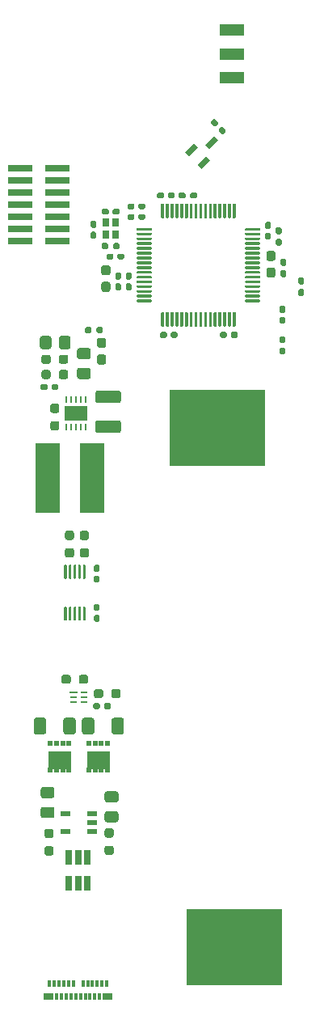
<source format=gbr>
%TF.GenerationSoftware,KiCad,Pcbnew,(5.1.7)-1*%
%TF.CreationDate,2020-11-25T00:45:14-08:00*%
%TF.ProjectId,eskate_remote,65736b61-7465-45f7-9265-6d6f74652e6b,rev?*%
%TF.SameCoordinates,Original*%
%TF.FileFunction,Paste,Top*%
%TF.FilePolarity,Positive*%
%FSLAX46Y46*%
G04 Gerber Fmt 4.6, Leading zero omitted, Abs format (unit mm)*
G04 Created by KiCad (PCBNEW (5.1.7)-1) date 2020-11-25 00:45:14*
%MOMM*%
%LPD*%
G01*
G04 APERTURE LIST*
%ADD10R,1.000000X0.700000*%
%ADD11R,0.300000X0.700000*%
%ADD12R,2.450000X1.900000*%
%ADD13R,0.500000X0.630000*%
%ADD14R,0.775000X0.875000*%
%ADD15C,0.100000*%
%ADD16R,0.650000X1.560000*%
%ADD17R,2.380000X1.650000*%
%ADD18R,0.250000X0.700000*%
%ADD19R,1.100000X0.600000*%
%ADD20R,0.750000X0.280000*%
%ADD21R,0.850000X0.280000*%
%ADD22R,2.500000X1.200000*%
%ADD23R,2.650000X7.300000*%
%ADD24R,10.000000X8.000000*%
%ADD25R,2.620000X0.800000*%
G04 APERTURE END LIST*
D10*
%TO.C,J1*%
X102500000Y-143530000D03*
D11*
X103350000Y-143530000D03*
X103850000Y-143530000D03*
X104350000Y-143530000D03*
X104850000Y-143530000D03*
X105350000Y-143530000D03*
X105850000Y-143530000D03*
X106350000Y-143530000D03*
X106850000Y-143530000D03*
X107350000Y-143530000D03*
X107850000Y-143530000D03*
D10*
X108700000Y-143530000D03*
D11*
X108600000Y-142230000D03*
X108100000Y-142230000D03*
X107600000Y-142230000D03*
X107100000Y-142230000D03*
X106600000Y-142230000D03*
X106100000Y-142230000D03*
X105100000Y-142230000D03*
X104600000Y-142230000D03*
X104100000Y-142230000D03*
X103600000Y-142230000D03*
X103100000Y-142230000D03*
X102600000Y-142230000D03*
%TD*%
D12*
%TO.C,FET2*%
X107700000Y-118840000D03*
D13*
X106725000Y-119885000D03*
X107375000Y-119885000D03*
X108675000Y-119885000D03*
X108025000Y-119885000D03*
X106725000Y-117015000D03*
X107375000Y-117015000D03*
X108025000Y-117015000D03*
X108675000Y-117015000D03*
%TD*%
D12*
%TO.C,FET1*%
X103650000Y-118840000D03*
D13*
X102675000Y-119885000D03*
X103325000Y-119885000D03*
X104625000Y-119885000D03*
X103975000Y-119885000D03*
X102675000Y-117015000D03*
X103325000Y-117015000D03*
X103975000Y-117015000D03*
X104625000Y-117015000D03*
%TD*%
D14*
%TO.C,Y1*%
X108512500Y-62562500D03*
X108512500Y-63837500D03*
X109487500Y-63837500D03*
X109487500Y-62562500D03*
%TD*%
D15*
%TO.C,U7*%
G36*
X119358975Y-54793289D02*
G01*
X118934711Y-54369025D01*
X119853949Y-53449787D01*
X120278213Y-53874051D01*
X119358975Y-54793289D01*
G37*
G36*
X118545802Y-56949965D02*
G01*
X118121538Y-56525701D01*
X119040776Y-55606463D01*
X119465040Y-56030727D01*
X118545802Y-56949965D01*
G37*
G36*
X117202299Y-55606462D02*
G01*
X116778035Y-55182198D01*
X117697273Y-54262960D01*
X118121537Y-54687224D01*
X117202299Y-55606462D01*
G37*
%TD*%
%TO.C,U6*%
G36*
G01*
X106175000Y-102775000D02*
X106325000Y-102775000D01*
G75*
G02*
X106400000Y-102850000I0J-75000D01*
G01*
X106400000Y-104150000D01*
G75*
G02*
X106325000Y-104225000I-75000J0D01*
G01*
X106175000Y-104225000D01*
G75*
G02*
X106100000Y-104150000I0J75000D01*
G01*
X106100000Y-102850000D01*
G75*
G02*
X106175000Y-102775000I75000J0D01*
G01*
G37*
G36*
G01*
X105675000Y-102775000D02*
X105825000Y-102775000D01*
G75*
G02*
X105900000Y-102850000I0J-75000D01*
G01*
X105900000Y-104150000D01*
G75*
G02*
X105825000Y-104225000I-75000J0D01*
G01*
X105675000Y-104225000D01*
G75*
G02*
X105600000Y-104150000I0J75000D01*
G01*
X105600000Y-102850000D01*
G75*
G02*
X105675000Y-102775000I75000J0D01*
G01*
G37*
G36*
G01*
X105175000Y-102775000D02*
X105325000Y-102775000D01*
G75*
G02*
X105400000Y-102850000I0J-75000D01*
G01*
X105400000Y-104150000D01*
G75*
G02*
X105325000Y-104225000I-75000J0D01*
G01*
X105175000Y-104225000D01*
G75*
G02*
X105100000Y-104150000I0J75000D01*
G01*
X105100000Y-102850000D01*
G75*
G02*
X105175000Y-102775000I75000J0D01*
G01*
G37*
G36*
G01*
X104675000Y-102775000D02*
X104825000Y-102775000D01*
G75*
G02*
X104900000Y-102850000I0J-75000D01*
G01*
X104900000Y-104150000D01*
G75*
G02*
X104825000Y-104225000I-75000J0D01*
G01*
X104675000Y-104225000D01*
G75*
G02*
X104600000Y-104150000I0J75000D01*
G01*
X104600000Y-102850000D01*
G75*
G02*
X104675000Y-102775000I75000J0D01*
G01*
G37*
G36*
G01*
X104175000Y-102775000D02*
X104325000Y-102775000D01*
G75*
G02*
X104400000Y-102850000I0J-75000D01*
G01*
X104400000Y-104150000D01*
G75*
G02*
X104325000Y-104225000I-75000J0D01*
G01*
X104175000Y-104225000D01*
G75*
G02*
X104100000Y-104150000I0J75000D01*
G01*
X104100000Y-102850000D01*
G75*
G02*
X104175000Y-102775000I75000J0D01*
G01*
G37*
G36*
G01*
X104175000Y-98375000D02*
X104325000Y-98375000D01*
G75*
G02*
X104400000Y-98450000I0J-75000D01*
G01*
X104400000Y-99750000D01*
G75*
G02*
X104325000Y-99825000I-75000J0D01*
G01*
X104175000Y-99825000D01*
G75*
G02*
X104100000Y-99750000I0J75000D01*
G01*
X104100000Y-98450000D01*
G75*
G02*
X104175000Y-98375000I75000J0D01*
G01*
G37*
G36*
G01*
X104675000Y-98375000D02*
X104825000Y-98375000D01*
G75*
G02*
X104900000Y-98450000I0J-75000D01*
G01*
X104900000Y-99750000D01*
G75*
G02*
X104825000Y-99825000I-75000J0D01*
G01*
X104675000Y-99825000D01*
G75*
G02*
X104600000Y-99750000I0J75000D01*
G01*
X104600000Y-98450000D01*
G75*
G02*
X104675000Y-98375000I75000J0D01*
G01*
G37*
G36*
G01*
X105175000Y-98375000D02*
X105325000Y-98375000D01*
G75*
G02*
X105400000Y-98450000I0J-75000D01*
G01*
X105400000Y-99750000D01*
G75*
G02*
X105325000Y-99825000I-75000J0D01*
G01*
X105175000Y-99825000D01*
G75*
G02*
X105100000Y-99750000I0J75000D01*
G01*
X105100000Y-98450000D01*
G75*
G02*
X105175000Y-98375000I75000J0D01*
G01*
G37*
G36*
G01*
X105675000Y-98375000D02*
X105825000Y-98375000D01*
G75*
G02*
X105900000Y-98450000I0J-75000D01*
G01*
X105900000Y-99750000D01*
G75*
G02*
X105825000Y-99825000I-75000J0D01*
G01*
X105675000Y-99825000D01*
G75*
G02*
X105600000Y-99750000I0J75000D01*
G01*
X105600000Y-98450000D01*
G75*
G02*
X105675000Y-98375000I75000J0D01*
G01*
G37*
G36*
G01*
X106175000Y-98375000D02*
X106325000Y-98375000D01*
G75*
G02*
X106400000Y-98450000I0J-75000D01*
G01*
X106400000Y-99750000D01*
G75*
G02*
X106325000Y-99825000I-75000J0D01*
G01*
X106175000Y-99825000D01*
G75*
G02*
X106100000Y-99750000I0J75000D01*
G01*
X106100000Y-98450000D01*
G75*
G02*
X106175000Y-98375000I75000J0D01*
G01*
G37*
%TD*%
D16*
%TO.C,U5*%
X105600000Y-129000000D03*
X104650000Y-129000000D03*
X106550000Y-129000000D03*
X106550000Y-131700000D03*
X105600000Y-131700000D03*
X104650000Y-131700000D03*
%TD*%
D17*
%TO.C,U4*%
X105350000Y-82500000D03*
D18*
X105850000Y-81075000D03*
X105350000Y-81075000D03*
X106350000Y-81075000D03*
X104350000Y-81075000D03*
X104850000Y-81075000D03*
X106350000Y-83925000D03*
X105850000Y-83925000D03*
X104350000Y-83925000D03*
X104850000Y-83925000D03*
X105350000Y-83925000D03*
%TD*%
D19*
%TO.C,U3*%
X104250000Y-124400000D03*
X104250000Y-126300000D03*
X107050000Y-124400000D03*
X107050000Y-125350000D03*
X107050000Y-126300000D03*
%TD*%
D20*
%TO.C,U2*%
X106225000Y-111750000D03*
X106225000Y-112250000D03*
X106225000Y-112750000D03*
X105075000Y-112750000D03*
X105075000Y-112250000D03*
D21*
X105125000Y-111750000D03*
%TD*%
%TO.C,U1*%
G36*
G01*
X114300000Y-62025000D02*
X114300000Y-60625000D01*
G75*
G02*
X114375000Y-60550000I75000J0D01*
G01*
X114525000Y-60550000D01*
G75*
G02*
X114600000Y-60625000I0J-75000D01*
G01*
X114600000Y-62025000D01*
G75*
G02*
X114525000Y-62100000I-75000J0D01*
G01*
X114375000Y-62100000D01*
G75*
G02*
X114300000Y-62025000I0J75000D01*
G01*
G37*
G36*
G01*
X114800000Y-62025000D02*
X114800000Y-60625000D01*
G75*
G02*
X114875000Y-60550000I75000J0D01*
G01*
X115025000Y-60550000D01*
G75*
G02*
X115100000Y-60625000I0J-75000D01*
G01*
X115100000Y-62025000D01*
G75*
G02*
X115025000Y-62100000I-75000J0D01*
G01*
X114875000Y-62100000D01*
G75*
G02*
X114800000Y-62025000I0J75000D01*
G01*
G37*
G36*
G01*
X115300000Y-62025000D02*
X115300000Y-60625000D01*
G75*
G02*
X115375000Y-60550000I75000J0D01*
G01*
X115525000Y-60550000D01*
G75*
G02*
X115600000Y-60625000I0J-75000D01*
G01*
X115600000Y-62025000D01*
G75*
G02*
X115525000Y-62100000I-75000J0D01*
G01*
X115375000Y-62100000D01*
G75*
G02*
X115300000Y-62025000I0J75000D01*
G01*
G37*
G36*
G01*
X115800000Y-62025000D02*
X115800000Y-60625000D01*
G75*
G02*
X115875000Y-60550000I75000J0D01*
G01*
X116025000Y-60550000D01*
G75*
G02*
X116100000Y-60625000I0J-75000D01*
G01*
X116100000Y-62025000D01*
G75*
G02*
X116025000Y-62100000I-75000J0D01*
G01*
X115875000Y-62100000D01*
G75*
G02*
X115800000Y-62025000I0J75000D01*
G01*
G37*
G36*
G01*
X116300000Y-62025000D02*
X116300000Y-60625000D01*
G75*
G02*
X116375000Y-60550000I75000J0D01*
G01*
X116525000Y-60550000D01*
G75*
G02*
X116600000Y-60625000I0J-75000D01*
G01*
X116600000Y-62025000D01*
G75*
G02*
X116525000Y-62100000I-75000J0D01*
G01*
X116375000Y-62100000D01*
G75*
G02*
X116300000Y-62025000I0J75000D01*
G01*
G37*
G36*
G01*
X116800000Y-62025000D02*
X116800000Y-60625000D01*
G75*
G02*
X116875000Y-60550000I75000J0D01*
G01*
X117025000Y-60550000D01*
G75*
G02*
X117100000Y-60625000I0J-75000D01*
G01*
X117100000Y-62025000D01*
G75*
G02*
X117025000Y-62100000I-75000J0D01*
G01*
X116875000Y-62100000D01*
G75*
G02*
X116800000Y-62025000I0J75000D01*
G01*
G37*
G36*
G01*
X117300000Y-62025000D02*
X117300000Y-60625000D01*
G75*
G02*
X117375000Y-60550000I75000J0D01*
G01*
X117525000Y-60550000D01*
G75*
G02*
X117600000Y-60625000I0J-75000D01*
G01*
X117600000Y-62025000D01*
G75*
G02*
X117525000Y-62100000I-75000J0D01*
G01*
X117375000Y-62100000D01*
G75*
G02*
X117300000Y-62025000I0J75000D01*
G01*
G37*
G36*
G01*
X117800000Y-62025000D02*
X117800000Y-60625000D01*
G75*
G02*
X117875000Y-60550000I75000J0D01*
G01*
X118025000Y-60550000D01*
G75*
G02*
X118100000Y-60625000I0J-75000D01*
G01*
X118100000Y-62025000D01*
G75*
G02*
X118025000Y-62100000I-75000J0D01*
G01*
X117875000Y-62100000D01*
G75*
G02*
X117800000Y-62025000I0J75000D01*
G01*
G37*
G36*
G01*
X118300000Y-62025000D02*
X118300000Y-60625000D01*
G75*
G02*
X118375000Y-60550000I75000J0D01*
G01*
X118525000Y-60550000D01*
G75*
G02*
X118600000Y-60625000I0J-75000D01*
G01*
X118600000Y-62025000D01*
G75*
G02*
X118525000Y-62100000I-75000J0D01*
G01*
X118375000Y-62100000D01*
G75*
G02*
X118300000Y-62025000I0J75000D01*
G01*
G37*
G36*
G01*
X118800000Y-62025000D02*
X118800000Y-60625000D01*
G75*
G02*
X118875000Y-60550000I75000J0D01*
G01*
X119025000Y-60550000D01*
G75*
G02*
X119100000Y-60625000I0J-75000D01*
G01*
X119100000Y-62025000D01*
G75*
G02*
X119025000Y-62100000I-75000J0D01*
G01*
X118875000Y-62100000D01*
G75*
G02*
X118800000Y-62025000I0J75000D01*
G01*
G37*
G36*
G01*
X119300000Y-62025000D02*
X119300000Y-60625000D01*
G75*
G02*
X119375000Y-60550000I75000J0D01*
G01*
X119525000Y-60550000D01*
G75*
G02*
X119600000Y-60625000I0J-75000D01*
G01*
X119600000Y-62025000D01*
G75*
G02*
X119525000Y-62100000I-75000J0D01*
G01*
X119375000Y-62100000D01*
G75*
G02*
X119300000Y-62025000I0J75000D01*
G01*
G37*
G36*
G01*
X119800000Y-62025000D02*
X119800000Y-60625000D01*
G75*
G02*
X119875000Y-60550000I75000J0D01*
G01*
X120025000Y-60550000D01*
G75*
G02*
X120100000Y-60625000I0J-75000D01*
G01*
X120100000Y-62025000D01*
G75*
G02*
X120025000Y-62100000I-75000J0D01*
G01*
X119875000Y-62100000D01*
G75*
G02*
X119800000Y-62025000I0J75000D01*
G01*
G37*
G36*
G01*
X120300000Y-62025000D02*
X120300000Y-60625000D01*
G75*
G02*
X120375000Y-60550000I75000J0D01*
G01*
X120525000Y-60550000D01*
G75*
G02*
X120600000Y-60625000I0J-75000D01*
G01*
X120600000Y-62025000D01*
G75*
G02*
X120525000Y-62100000I-75000J0D01*
G01*
X120375000Y-62100000D01*
G75*
G02*
X120300000Y-62025000I0J75000D01*
G01*
G37*
G36*
G01*
X120800000Y-62025000D02*
X120800000Y-60625000D01*
G75*
G02*
X120875000Y-60550000I75000J0D01*
G01*
X121025000Y-60550000D01*
G75*
G02*
X121100000Y-60625000I0J-75000D01*
G01*
X121100000Y-62025000D01*
G75*
G02*
X121025000Y-62100000I-75000J0D01*
G01*
X120875000Y-62100000D01*
G75*
G02*
X120800000Y-62025000I0J75000D01*
G01*
G37*
G36*
G01*
X121300000Y-62025000D02*
X121300000Y-60625000D01*
G75*
G02*
X121375000Y-60550000I75000J0D01*
G01*
X121525000Y-60550000D01*
G75*
G02*
X121600000Y-60625000I0J-75000D01*
G01*
X121600000Y-62025000D01*
G75*
G02*
X121525000Y-62100000I-75000J0D01*
G01*
X121375000Y-62100000D01*
G75*
G02*
X121300000Y-62025000I0J75000D01*
G01*
G37*
G36*
G01*
X121800000Y-62025000D02*
X121800000Y-60625000D01*
G75*
G02*
X121875000Y-60550000I75000J0D01*
G01*
X122025000Y-60550000D01*
G75*
G02*
X122100000Y-60625000I0J-75000D01*
G01*
X122100000Y-62025000D01*
G75*
G02*
X122025000Y-62100000I-75000J0D01*
G01*
X121875000Y-62100000D01*
G75*
G02*
X121800000Y-62025000I0J75000D01*
G01*
G37*
G36*
G01*
X123100000Y-63325000D02*
X123100000Y-63175000D01*
G75*
G02*
X123175000Y-63100000I75000J0D01*
G01*
X124575000Y-63100000D01*
G75*
G02*
X124650000Y-63175000I0J-75000D01*
G01*
X124650000Y-63325000D01*
G75*
G02*
X124575000Y-63400000I-75000J0D01*
G01*
X123175000Y-63400000D01*
G75*
G02*
X123100000Y-63325000I0J75000D01*
G01*
G37*
G36*
G01*
X123100000Y-63825000D02*
X123100000Y-63675000D01*
G75*
G02*
X123175000Y-63600000I75000J0D01*
G01*
X124575000Y-63600000D01*
G75*
G02*
X124650000Y-63675000I0J-75000D01*
G01*
X124650000Y-63825000D01*
G75*
G02*
X124575000Y-63900000I-75000J0D01*
G01*
X123175000Y-63900000D01*
G75*
G02*
X123100000Y-63825000I0J75000D01*
G01*
G37*
G36*
G01*
X123100000Y-64325000D02*
X123100000Y-64175000D01*
G75*
G02*
X123175000Y-64100000I75000J0D01*
G01*
X124575000Y-64100000D01*
G75*
G02*
X124650000Y-64175000I0J-75000D01*
G01*
X124650000Y-64325000D01*
G75*
G02*
X124575000Y-64400000I-75000J0D01*
G01*
X123175000Y-64400000D01*
G75*
G02*
X123100000Y-64325000I0J75000D01*
G01*
G37*
G36*
G01*
X123100000Y-64825000D02*
X123100000Y-64675000D01*
G75*
G02*
X123175000Y-64600000I75000J0D01*
G01*
X124575000Y-64600000D01*
G75*
G02*
X124650000Y-64675000I0J-75000D01*
G01*
X124650000Y-64825000D01*
G75*
G02*
X124575000Y-64900000I-75000J0D01*
G01*
X123175000Y-64900000D01*
G75*
G02*
X123100000Y-64825000I0J75000D01*
G01*
G37*
G36*
G01*
X123100000Y-65325000D02*
X123100000Y-65175000D01*
G75*
G02*
X123175000Y-65100000I75000J0D01*
G01*
X124575000Y-65100000D01*
G75*
G02*
X124650000Y-65175000I0J-75000D01*
G01*
X124650000Y-65325000D01*
G75*
G02*
X124575000Y-65400000I-75000J0D01*
G01*
X123175000Y-65400000D01*
G75*
G02*
X123100000Y-65325000I0J75000D01*
G01*
G37*
G36*
G01*
X123100000Y-65825000D02*
X123100000Y-65675000D01*
G75*
G02*
X123175000Y-65600000I75000J0D01*
G01*
X124575000Y-65600000D01*
G75*
G02*
X124650000Y-65675000I0J-75000D01*
G01*
X124650000Y-65825000D01*
G75*
G02*
X124575000Y-65900000I-75000J0D01*
G01*
X123175000Y-65900000D01*
G75*
G02*
X123100000Y-65825000I0J75000D01*
G01*
G37*
G36*
G01*
X123100000Y-66325000D02*
X123100000Y-66175000D01*
G75*
G02*
X123175000Y-66100000I75000J0D01*
G01*
X124575000Y-66100000D01*
G75*
G02*
X124650000Y-66175000I0J-75000D01*
G01*
X124650000Y-66325000D01*
G75*
G02*
X124575000Y-66400000I-75000J0D01*
G01*
X123175000Y-66400000D01*
G75*
G02*
X123100000Y-66325000I0J75000D01*
G01*
G37*
G36*
G01*
X123100000Y-66825000D02*
X123100000Y-66675000D01*
G75*
G02*
X123175000Y-66600000I75000J0D01*
G01*
X124575000Y-66600000D01*
G75*
G02*
X124650000Y-66675000I0J-75000D01*
G01*
X124650000Y-66825000D01*
G75*
G02*
X124575000Y-66900000I-75000J0D01*
G01*
X123175000Y-66900000D01*
G75*
G02*
X123100000Y-66825000I0J75000D01*
G01*
G37*
G36*
G01*
X123100000Y-67325000D02*
X123100000Y-67175000D01*
G75*
G02*
X123175000Y-67100000I75000J0D01*
G01*
X124575000Y-67100000D01*
G75*
G02*
X124650000Y-67175000I0J-75000D01*
G01*
X124650000Y-67325000D01*
G75*
G02*
X124575000Y-67400000I-75000J0D01*
G01*
X123175000Y-67400000D01*
G75*
G02*
X123100000Y-67325000I0J75000D01*
G01*
G37*
G36*
G01*
X123100000Y-67825000D02*
X123100000Y-67675000D01*
G75*
G02*
X123175000Y-67600000I75000J0D01*
G01*
X124575000Y-67600000D01*
G75*
G02*
X124650000Y-67675000I0J-75000D01*
G01*
X124650000Y-67825000D01*
G75*
G02*
X124575000Y-67900000I-75000J0D01*
G01*
X123175000Y-67900000D01*
G75*
G02*
X123100000Y-67825000I0J75000D01*
G01*
G37*
G36*
G01*
X123100000Y-68325000D02*
X123100000Y-68175000D01*
G75*
G02*
X123175000Y-68100000I75000J0D01*
G01*
X124575000Y-68100000D01*
G75*
G02*
X124650000Y-68175000I0J-75000D01*
G01*
X124650000Y-68325000D01*
G75*
G02*
X124575000Y-68400000I-75000J0D01*
G01*
X123175000Y-68400000D01*
G75*
G02*
X123100000Y-68325000I0J75000D01*
G01*
G37*
G36*
G01*
X123100000Y-68825000D02*
X123100000Y-68675000D01*
G75*
G02*
X123175000Y-68600000I75000J0D01*
G01*
X124575000Y-68600000D01*
G75*
G02*
X124650000Y-68675000I0J-75000D01*
G01*
X124650000Y-68825000D01*
G75*
G02*
X124575000Y-68900000I-75000J0D01*
G01*
X123175000Y-68900000D01*
G75*
G02*
X123100000Y-68825000I0J75000D01*
G01*
G37*
G36*
G01*
X123100000Y-69325000D02*
X123100000Y-69175000D01*
G75*
G02*
X123175000Y-69100000I75000J0D01*
G01*
X124575000Y-69100000D01*
G75*
G02*
X124650000Y-69175000I0J-75000D01*
G01*
X124650000Y-69325000D01*
G75*
G02*
X124575000Y-69400000I-75000J0D01*
G01*
X123175000Y-69400000D01*
G75*
G02*
X123100000Y-69325000I0J75000D01*
G01*
G37*
G36*
G01*
X123100000Y-69825000D02*
X123100000Y-69675000D01*
G75*
G02*
X123175000Y-69600000I75000J0D01*
G01*
X124575000Y-69600000D01*
G75*
G02*
X124650000Y-69675000I0J-75000D01*
G01*
X124650000Y-69825000D01*
G75*
G02*
X124575000Y-69900000I-75000J0D01*
G01*
X123175000Y-69900000D01*
G75*
G02*
X123100000Y-69825000I0J75000D01*
G01*
G37*
G36*
G01*
X123100000Y-70325000D02*
X123100000Y-70175000D01*
G75*
G02*
X123175000Y-70100000I75000J0D01*
G01*
X124575000Y-70100000D01*
G75*
G02*
X124650000Y-70175000I0J-75000D01*
G01*
X124650000Y-70325000D01*
G75*
G02*
X124575000Y-70400000I-75000J0D01*
G01*
X123175000Y-70400000D01*
G75*
G02*
X123100000Y-70325000I0J75000D01*
G01*
G37*
G36*
G01*
X123100000Y-70825000D02*
X123100000Y-70675000D01*
G75*
G02*
X123175000Y-70600000I75000J0D01*
G01*
X124575000Y-70600000D01*
G75*
G02*
X124650000Y-70675000I0J-75000D01*
G01*
X124650000Y-70825000D01*
G75*
G02*
X124575000Y-70900000I-75000J0D01*
G01*
X123175000Y-70900000D01*
G75*
G02*
X123100000Y-70825000I0J75000D01*
G01*
G37*
G36*
G01*
X121800000Y-73375000D02*
X121800000Y-71975000D01*
G75*
G02*
X121875000Y-71900000I75000J0D01*
G01*
X122025000Y-71900000D01*
G75*
G02*
X122100000Y-71975000I0J-75000D01*
G01*
X122100000Y-73375000D01*
G75*
G02*
X122025000Y-73450000I-75000J0D01*
G01*
X121875000Y-73450000D01*
G75*
G02*
X121800000Y-73375000I0J75000D01*
G01*
G37*
G36*
G01*
X121300000Y-73375000D02*
X121300000Y-71975000D01*
G75*
G02*
X121375000Y-71900000I75000J0D01*
G01*
X121525000Y-71900000D01*
G75*
G02*
X121600000Y-71975000I0J-75000D01*
G01*
X121600000Y-73375000D01*
G75*
G02*
X121525000Y-73450000I-75000J0D01*
G01*
X121375000Y-73450000D01*
G75*
G02*
X121300000Y-73375000I0J75000D01*
G01*
G37*
G36*
G01*
X120800000Y-73375000D02*
X120800000Y-71975000D01*
G75*
G02*
X120875000Y-71900000I75000J0D01*
G01*
X121025000Y-71900000D01*
G75*
G02*
X121100000Y-71975000I0J-75000D01*
G01*
X121100000Y-73375000D01*
G75*
G02*
X121025000Y-73450000I-75000J0D01*
G01*
X120875000Y-73450000D01*
G75*
G02*
X120800000Y-73375000I0J75000D01*
G01*
G37*
G36*
G01*
X120300000Y-73375000D02*
X120300000Y-71975000D01*
G75*
G02*
X120375000Y-71900000I75000J0D01*
G01*
X120525000Y-71900000D01*
G75*
G02*
X120600000Y-71975000I0J-75000D01*
G01*
X120600000Y-73375000D01*
G75*
G02*
X120525000Y-73450000I-75000J0D01*
G01*
X120375000Y-73450000D01*
G75*
G02*
X120300000Y-73375000I0J75000D01*
G01*
G37*
G36*
G01*
X119800000Y-73375000D02*
X119800000Y-71975000D01*
G75*
G02*
X119875000Y-71900000I75000J0D01*
G01*
X120025000Y-71900000D01*
G75*
G02*
X120100000Y-71975000I0J-75000D01*
G01*
X120100000Y-73375000D01*
G75*
G02*
X120025000Y-73450000I-75000J0D01*
G01*
X119875000Y-73450000D01*
G75*
G02*
X119800000Y-73375000I0J75000D01*
G01*
G37*
G36*
G01*
X119300000Y-73375000D02*
X119300000Y-71975000D01*
G75*
G02*
X119375000Y-71900000I75000J0D01*
G01*
X119525000Y-71900000D01*
G75*
G02*
X119600000Y-71975000I0J-75000D01*
G01*
X119600000Y-73375000D01*
G75*
G02*
X119525000Y-73450000I-75000J0D01*
G01*
X119375000Y-73450000D01*
G75*
G02*
X119300000Y-73375000I0J75000D01*
G01*
G37*
G36*
G01*
X118800000Y-73375000D02*
X118800000Y-71975000D01*
G75*
G02*
X118875000Y-71900000I75000J0D01*
G01*
X119025000Y-71900000D01*
G75*
G02*
X119100000Y-71975000I0J-75000D01*
G01*
X119100000Y-73375000D01*
G75*
G02*
X119025000Y-73450000I-75000J0D01*
G01*
X118875000Y-73450000D01*
G75*
G02*
X118800000Y-73375000I0J75000D01*
G01*
G37*
G36*
G01*
X118300000Y-73375000D02*
X118300000Y-71975000D01*
G75*
G02*
X118375000Y-71900000I75000J0D01*
G01*
X118525000Y-71900000D01*
G75*
G02*
X118600000Y-71975000I0J-75000D01*
G01*
X118600000Y-73375000D01*
G75*
G02*
X118525000Y-73450000I-75000J0D01*
G01*
X118375000Y-73450000D01*
G75*
G02*
X118300000Y-73375000I0J75000D01*
G01*
G37*
G36*
G01*
X117800000Y-73375000D02*
X117800000Y-71975000D01*
G75*
G02*
X117875000Y-71900000I75000J0D01*
G01*
X118025000Y-71900000D01*
G75*
G02*
X118100000Y-71975000I0J-75000D01*
G01*
X118100000Y-73375000D01*
G75*
G02*
X118025000Y-73450000I-75000J0D01*
G01*
X117875000Y-73450000D01*
G75*
G02*
X117800000Y-73375000I0J75000D01*
G01*
G37*
G36*
G01*
X117300000Y-73375000D02*
X117300000Y-71975000D01*
G75*
G02*
X117375000Y-71900000I75000J0D01*
G01*
X117525000Y-71900000D01*
G75*
G02*
X117600000Y-71975000I0J-75000D01*
G01*
X117600000Y-73375000D01*
G75*
G02*
X117525000Y-73450000I-75000J0D01*
G01*
X117375000Y-73450000D01*
G75*
G02*
X117300000Y-73375000I0J75000D01*
G01*
G37*
G36*
G01*
X116800000Y-73375000D02*
X116800000Y-71975000D01*
G75*
G02*
X116875000Y-71900000I75000J0D01*
G01*
X117025000Y-71900000D01*
G75*
G02*
X117100000Y-71975000I0J-75000D01*
G01*
X117100000Y-73375000D01*
G75*
G02*
X117025000Y-73450000I-75000J0D01*
G01*
X116875000Y-73450000D01*
G75*
G02*
X116800000Y-73375000I0J75000D01*
G01*
G37*
G36*
G01*
X116300000Y-73375000D02*
X116300000Y-71975000D01*
G75*
G02*
X116375000Y-71900000I75000J0D01*
G01*
X116525000Y-71900000D01*
G75*
G02*
X116600000Y-71975000I0J-75000D01*
G01*
X116600000Y-73375000D01*
G75*
G02*
X116525000Y-73450000I-75000J0D01*
G01*
X116375000Y-73450000D01*
G75*
G02*
X116300000Y-73375000I0J75000D01*
G01*
G37*
G36*
G01*
X115800000Y-73375000D02*
X115800000Y-71975000D01*
G75*
G02*
X115875000Y-71900000I75000J0D01*
G01*
X116025000Y-71900000D01*
G75*
G02*
X116100000Y-71975000I0J-75000D01*
G01*
X116100000Y-73375000D01*
G75*
G02*
X116025000Y-73450000I-75000J0D01*
G01*
X115875000Y-73450000D01*
G75*
G02*
X115800000Y-73375000I0J75000D01*
G01*
G37*
G36*
G01*
X115300000Y-73375000D02*
X115300000Y-71975000D01*
G75*
G02*
X115375000Y-71900000I75000J0D01*
G01*
X115525000Y-71900000D01*
G75*
G02*
X115600000Y-71975000I0J-75000D01*
G01*
X115600000Y-73375000D01*
G75*
G02*
X115525000Y-73450000I-75000J0D01*
G01*
X115375000Y-73450000D01*
G75*
G02*
X115300000Y-73375000I0J75000D01*
G01*
G37*
G36*
G01*
X114800000Y-73375000D02*
X114800000Y-71975000D01*
G75*
G02*
X114875000Y-71900000I75000J0D01*
G01*
X115025000Y-71900000D01*
G75*
G02*
X115100000Y-71975000I0J-75000D01*
G01*
X115100000Y-73375000D01*
G75*
G02*
X115025000Y-73450000I-75000J0D01*
G01*
X114875000Y-73450000D01*
G75*
G02*
X114800000Y-73375000I0J75000D01*
G01*
G37*
G36*
G01*
X114300000Y-73375000D02*
X114300000Y-71975000D01*
G75*
G02*
X114375000Y-71900000I75000J0D01*
G01*
X114525000Y-71900000D01*
G75*
G02*
X114600000Y-71975000I0J-75000D01*
G01*
X114600000Y-73375000D01*
G75*
G02*
X114525000Y-73450000I-75000J0D01*
G01*
X114375000Y-73450000D01*
G75*
G02*
X114300000Y-73375000I0J75000D01*
G01*
G37*
G36*
G01*
X111750000Y-70825000D02*
X111750000Y-70675000D01*
G75*
G02*
X111825000Y-70600000I75000J0D01*
G01*
X113225000Y-70600000D01*
G75*
G02*
X113300000Y-70675000I0J-75000D01*
G01*
X113300000Y-70825000D01*
G75*
G02*
X113225000Y-70900000I-75000J0D01*
G01*
X111825000Y-70900000D01*
G75*
G02*
X111750000Y-70825000I0J75000D01*
G01*
G37*
G36*
G01*
X111750000Y-70325000D02*
X111750000Y-70175000D01*
G75*
G02*
X111825000Y-70100000I75000J0D01*
G01*
X113225000Y-70100000D01*
G75*
G02*
X113300000Y-70175000I0J-75000D01*
G01*
X113300000Y-70325000D01*
G75*
G02*
X113225000Y-70400000I-75000J0D01*
G01*
X111825000Y-70400000D01*
G75*
G02*
X111750000Y-70325000I0J75000D01*
G01*
G37*
G36*
G01*
X111750000Y-69825000D02*
X111750000Y-69675000D01*
G75*
G02*
X111825000Y-69600000I75000J0D01*
G01*
X113225000Y-69600000D01*
G75*
G02*
X113300000Y-69675000I0J-75000D01*
G01*
X113300000Y-69825000D01*
G75*
G02*
X113225000Y-69900000I-75000J0D01*
G01*
X111825000Y-69900000D01*
G75*
G02*
X111750000Y-69825000I0J75000D01*
G01*
G37*
G36*
G01*
X111750000Y-69325000D02*
X111750000Y-69175000D01*
G75*
G02*
X111825000Y-69100000I75000J0D01*
G01*
X113225000Y-69100000D01*
G75*
G02*
X113300000Y-69175000I0J-75000D01*
G01*
X113300000Y-69325000D01*
G75*
G02*
X113225000Y-69400000I-75000J0D01*
G01*
X111825000Y-69400000D01*
G75*
G02*
X111750000Y-69325000I0J75000D01*
G01*
G37*
G36*
G01*
X111750000Y-68825000D02*
X111750000Y-68675000D01*
G75*
G02*
X111825000Y-68600000I75000J0D01*
G01*
X113225000Y-68600000D01*
G75*
G02*
X113300000Y-68675000I0J-75000D01*
G01*
X113300000Y-68825000D01*
G75*
G02*
X113225000Y-68900000I-75000J0D01*
G01*
X111825000Y-68900000D01*
G75*
G02*
X111750000Y-68825000I0J75000D01*
G01*
G37*
G36*
G01*
X111750000Y-68325000D02*
X111750000Y-68175000D01*
G75*
G02*
X111825000Y-68100000I75000J0D01*
G01*
X113225000Y-68100000D01*
G75*
G02*
X113300000Y-68175000I0J-75000D01*
G01*
X113300000Y-68325000D01*
G75*
G02*
X113225000Y-68400000I-75000J0D01*
G01*
X111825000Y-68400000D01*
G75*
G02*
X111750000Y-68325000I0J75000D01*
G01*
G37*
G36*
G01*
X111750000Y-67825000D02*
X111750000Y-67675000D01*
G75*
G02*
X111825000Y-67600000I75000J0D01*
G01*
X113225000Y-67600000D01*
G75*
G02*
X113300000Y-67675000I0J-75000D01*
G01*
X113300000Y-67825000D01*
G75*
G02*
X113225000Y-67900000I-75000J0D01*
G01*
X111825000Y-67900000D01*
G75*
G02*
X111750000Y-67825000I0J75000D01*
G01*
G37*
G36*
G01*
X111750000Y-67325000D02*
X111750000Y-67175000D01*
G75*
G02*
X111825000Y-67100000I75000J0D01*
G01*
X113225000Y-67100000D01*
G75*
G02*
X113300000Y-67175000I0J-75000D01*
G01*
X113300000Y-67325000D01*
G75*
G02*
X113225000Y-67400000I-75000J0D01*
G01*
X111825000Y-67400000D01*
G75*
G02*
X111750000Y-67325000I0J75000D01*
G01*
G37*
G36*
G01*
X111750000Y-66825000D02*
X111750000Y-66675000D01*
G75*
G02*
X111825000Y-66600000I75000J0D01*
G01*
X113225000Y-66600000D01*
G75*
G02*
X113300000Y-66675000I0J-75000D01*
G01*
X113300000Y-66825000D01*
G75*
G02*
X113225000Y-66900000I-75000J0D01*
G01*
X111825000Y-66900000D01*
G75*
G02*
X111750000Y-66825000I0J75000D01*
G01*
G37*
G36*
G01*
X111750000Y-66325000D02*
X111750000Y-66175000D01*
G75*
G02*
X111825000Y-66100000I75000J0D01*
G01*
X113225000Y-66100000D01*
G75*
G02*
X113300000Y-66175000I0J-75000D01*
G01*
X113300000Y-66325000D01*
G75*
G02*
X113225000Y-66400000I-75000J0D01*
G01*
X111825000Y-66400000D01*
G75*
G02*
X111750000Y-66325000I0J75000D01*
G01*
G37*
G36*
G01*
X111750000Y-65825000D02*
X111750000Y-65675000D01*
G75*
G02*
X111825000Y-65600000I75000J0D01*
G01*
X113225000Y-65600000D01*
G75*
G02*
X113300000Y-65675000I0J-75000D01*
G01*
X113300000Y-65825000D01*
G75*
G02*
X113225000Y-65900000I-75000J0D01*
G01*
X111825000Y-65900000D01*
G75*
G02*
X111750000Y-65825000I0J75000D01*
G01*
G37*
G36*
G01*
X111750000Y-65325000D02*
X111750000Y-65175000D01*
G75*
G02*
X111825000Y-65100000I75000J0D01*
G01*
X113225000Y-65100000D01*
G75*
G02*
X113300000Y-65175000I0J-75000D01*
G01*
X113300000Y-65325000D01*
G75*
G02*
X113225000Y-65400000I-75000J0D01*
G01*
X111825000Y-65400000D01*
G75*
G02*
X111750000Y-65325000I0J75000D01*
G01*
G37*
G36*
G01*
X111750000Y-64825000D02*
X111750000Y-64675000D01*
G75*
G02*
X111825000Y-64600000I75000J0D01*
G01*
X113225000Y-64600000D01*
G75*
G02*
X113300000Y-64675000I0J-75000D01*
G01*
X113300000Y-64825000D01*
G75*
G02*
X113225000Y-64900000I-75000J0D01*
G01*
X111825000Y-64900000D01*
G75*
G02*
X111750000Y-64825000I0J75000D01*
G01*
G37*
G36*
G01*
X111750000Y-64325000D02*
X111750000Y-64175000D01*
G75*
G02*
X111825000Y-64100000I75000J0D01*
G01*
X113225000Y-64100000D01*
G75*
G02*
X113300000Y-64175000I0J-75000D01*
G01*
X113300000Y-64325000D01*
G75*
G02*
X113225000Y-64400000I-75000J0D01*
G01*
X111825000Y-64400000D01*
G75*
G02*
X111750000Y-64325000I0J75000D01*
G01*
G37*
G36*
G01*
X111750000Y-63825000D02*
X111750000Y-63675000D01*
G75*
G02*
X111825000Y-63600000I75000J0D01*
G01*
X113225000Y-63600000D01*
G75*
G02*
X113300000Y-63675000I0J-75000D01*
G01*
X113300000Y-63825000D01*
G75*
G02*
X113225000Y-63900000I-75000J0D01*
G01*
X111825000Y-63900000D01*
G75*
G02*
X111750000Y-63825000I0J75000D01*
G01*
G37*
G36*
G01*
X111750000Y-63325000D02*
X111750000Y-63175000D01*
G75*
G02*
X111825000Y-63100000I75000J0D01*
G01*
X113225000Y-63100000D01*
G75*
G02*
X113300000Y-63175000I0J-75000D01*
G01*
X113300000Y-63325000D01*
G75*
G02*
X113225000Y-63400000I-75000J0D01*
G01*
X111825000Y-63400000D01*
G75*
G02*
X111750000Y-63325000I0J75000D01*
G01*
G37*
%TD*%
D22*
%TO.C,SW1*%
X121700000Y-42400000D03*
X121700000Y-47400000D03*
X121700000Y-44900000D03*
%TD*%
%TO.C,R19*%
G36*
G01*
X106487500Y-95775000D02*
X106012500Y-95775000D01*
G75*
G02*
X105775000Y-95537500I0J237500D01*
G01*
X105775000Y-95037500D01*
G75*
G02*
X106012500Y-94800000I237500J0D01*
G01*
X106487500Y-94800000D01*
G75*
G02*
X106725000Y-95037500I0J-237500D01*
G01*
X106725000Y-95537500D01*
G75*
G02*
X106487500Y-95775000I-237500J0D01*
G01*
G37*
G36*
G01*
X106487500Y-97600000D02*
X106012500Y-97600000D01*
G75*
G02*
X105775000Y-97362500I0J237500D01*
G01*
X105775000Y-96862500D01*
G75*
G02*
X106012500Y-96625000I237500J0D01*
G01*
X106487500Y-96625000D01*
G75*
G02*
X106725000Y-96862500I0J-237500D01*
G01*
X106725000Y-97362500D01*
G75*
G02*
X106487500Y-97600000I-237500J0D01*
G01*
G37*
%TD*%
%TO.C,R18*%
G36*
G01*
X104937500Y-95775000D02*
X104462500Y-95775000D01*
G75*
G02*
X104225000Y-95537500I0J237500D01*
G01*
X104225000Y-95037500D01*
G75*
G02*
X104462500Y-94800000I237500J0D01*
G01*
X104937500Y-94800000D01*
G75*
G02*
X105175000Y-95037500I0J-237500D01*
G01*
X105175000Y-95537500D01*
G75*
G02*
X104937500Y-95775000I-237500J0D01*
G01*
G37*
G36*
G01*
X104937500Y-97600000D02*
X104462500Y-97600000D01*
G75*
G02*
X104225000Y-97362500I0J237500D01*
G01*
X104225000Y-96862500D01*
G75*
G02*
X104462500Y-96625000I237500J0D01*
G01*
X104937500Y-96625000D01*
G75*
G02*
X105175000Y-96862500I0J-237500D01*
G01*
X105175000Y-97362500D01*
G75*
G02*
X104937500Y-97600000I-237500J0D01*
G01*
G37*
%TD*%
%TO.C,R17*%
G36*
G01*
X107490000Y-73960000D02*
X107490000Y-73640000D01*
G75*
G02*
X107650000Y-73480000I160000J0D01*
G01*
X108045000Y-73480000D01*
G75*
G02*
X108205000Y-73640000I0J-160000D01*
G01*
X108205000Y-73960000D01*
G75*
G02*
X108045000Y-74120000I-160000J0D01*
G01*
X107650000Y-74120000D01*
G75*
G02*
X107490000Y-73960000I0J160000D01*
G01*
G37*
G36*
G01*
X106295000Y-73960000D02*
X106295000Y-73640000D01*
G75*
G02*
X106455000Y-73480000I160000J0D01*
G01*
X106850000Y-73480000D01*
G75*
G02*
X107010000Y-73640000I0J-160000D01*
G01*
X107010000Y-73960000D01*
G75*
G02*
X106850000Y-74120000I-160000J0D01*
G01*
X106455000Y-74120000D01*
G75*
G02*
X106295000Y-73960000I0J160000D01*
G01*
G37*
%TD*%
%TO.C,R16*%
G36*
G01*
X103387500Y-82475000D02*
X102912500Y-82475000D01*
G75*
G02*
X102675000Y-82237500I0J237500D01*
G01*
X102675000Y-81737500D01*
G75*
G02*
X102912500Y-81500000I237500J0D01*
G01*
X103387500Y-81500000D01*
G75*
G02*
X103625000Y-81737500I0J-237500D01*
G01*
X103625000Y-82237500D01*
G75*
G02*
X103387500Y-82475000I-237500J0D01*
G01*
G37*
G36*
G01*
X103387500Y-84300000D02*
X102912500Y-84300000D01*
G75*
G02*
X102675000Y-84062500I0J237500D01*
G01*
X102675000Y-83562500D01*
G75*
G02*
X102912500Y-83325000I237500J0D01*
G01*
X103387500Y-83325000D01*
G75*
G02*
X103625000Y-83562500I0J-237500D01*
G01*
X103625000Y-84062500D01*
G75*
G02*
X103387500Y-84300000I-237500J0D01*
G01*
G37*
%TD*%
%TO.C,R15*%
G36*
G01*
X103575000Y-78687500D02*
X103575000Y-78212500D01*
G75*
G02*
X103812500Y-77975000I237500J0D01*
G01*
X104312500Y-77975000D01*
G75*
G02*
X104550000Y-78212500I0J-237500D01*
G01*
X104550000Y-78687500D01*
G75*
G02*
X104312500Y-78925000I-237500J0D01*
G01*
X103812500Y-78925000D01*
G75*
G02*
X103575000Y-78687500I0J237500D01*
G01*
G37*
G36*
G01*
X101750000Y-78687500D02*
X101750000Y-78212500D01*
G75*
G02*
X101987500Y-77975000I237500J0D01*
G01*
X102487500Y-77975000D01*
G75*
G02*
X102725000Y-78212500I0J-237500D01*
G01*
X102725000Y-78687500D01*
G75*
G02*
X102487500Y-78925000I-237500J0D01*
G01*
X101987500Y-78925000D01*
G75*
G02*
X101750000Y-78687500I0J237500D01*
G01*
G37*
%TD*%
%TO.C,R14*%
G36*
G01*
X102725000Y-76612500D02*
X102725000Y-77087500D01*
G75*
G02*
X102487500Y-77325000I-237500J0D01*
G01*
X101987500Y-77325000D01*
G75*
G02*
X101750000Y-77087500I0J237500D01*
G01*
X101750000Y-76612500D01*
G75*
G02*
X101987500Y-76375000I237500J0D01*
G01*
X102487500Y-76375000D01*
G75*
G02*
X102725000Y-76612500I0J-237500D01*
G01*
G37*
G36*
G01*
X104550000Y-76612500D02*
X104550000Y-77087500D01*
G75*
G02*
X104312500Y-77325000I-237500J0D01*
G01*
X103812500Y-77325000D01*
G75*
G02*
X103575000Y-77087500I0J237500D01*
G01*
X103575000Y-76612500D01*
G75*
G02*
X103812500Y-76375000I237500J0D01*
G01*
X104312500Y-76375000D01*
G75*
G02*
X104550000Y-76612500I0J-237500D01*
G01*
G37*
%TD*%
%TO.C,R13*%
G36*
G01*
X103600000Y-75550001D02*
X103600000Y-74649999D01*
G75*
G02*
X103849999Y-74400000I249999J0D01*
G01*
X104550001Y-74400000D01*
G75*
G02*
X104800000Y-74649999I0J-249999D01*
G01*
X104800000Y-75550001D01*
G75*
G02*
X104550001Y-75800000I-249999J0D01*
G01*
X103849999Y-75800000D01*
G75*
G02*
X103600000Y-75550001I0J249999D01*
G01*
G37*
G36*
G01*
X101600000Y-75550001D02*
X101600000Y-74649999D01*
G75*
G02*
X101849999Y-74400000I249999J0D01*
G01*
X102550001Y-74400000D01*
G75*
G02*
X102800000Y-74649999I0J-249999D01*
G01*
X102800000Y-75550001D01*
G75*
G02*
X102550001Y-75800000I-249999J0D01*
G01*
X101849999Y-75800000D01*
G75*
G02*
X101600000Y-75550001I0J249999D01*
G01*
G37*
%TD*%
%TO.C,R12*%
G36*
G01*
X108612500Y-127775000D02*
X109087500Y-127775000D01*
G75*
G02*
X109325000Y-128012500I0J-237500D01*
G01*
X109325000Y-128512500D01*
G75*
G02*
X109087500Y-128750000I-237500J0D01*
G01*
X108612500Y-128750000D01*
G75*
G02*
X108375000Y-128512500I0J237500D01*
G01*
X108375000Y-128012500D01*
G75*
G02*
X108612500Y-127775000I237500J0D01*
G01*
G37*
G36*
G01*
X108612500Y-125950000D02*
X109087500Y-125950000D01*
G75*
G02*
X109325000Y-126187500I0J-237500D01*
G01*
X109325000Y-126687500D01*
G75*
G02*
X109087500Y-126925000I-237500J0D01*
G01*
X108612500Y-126925000D01*
G75*
G02*
X108375000Y-126687500I0J237500D01*
G01*
X108375000Y-126187500D01*
G75*
G02*
X108612500Y-125950000I237500J0D01*
G01*
G37*
%TD*%
%TO.C,R11*%
G36*
G01*
X102312500Y-127825000D02*
X102787500Y-127825000D01*
G75*
G02*
X103025000Y-128062500I0J-237500D01*
G01*
X103025000Y-128562500D01*
G75*
G02*
X102787500Y-128800000I-237500J0D01*
G01*
X102312500Y-128800000D01*
G75*
G02*
X102075000Y-128562500I0J237500D01*
G01*
X102075000Y-128062500D01*
G75*
G02*
X102312500Y-127825000I237500J0D01*
G01*
G37*
G36*
G01*
X102312500Y-126000000D02*
X102787500Y-126000000D01*
G75*
G02*
X103025000Y-126237500I0J-237500D01*
G01*
X103025000Y-126737500D01*
G75*
G02*
X102787500Y-126975000I-237500J0D01*
G01*
X102312500Y-126975000D01*
G75*
G02*
X102075000Y-126737500I0J237500D01*
G01*
X102075000Y-126237500D01*
G75*
G02*
X102312500Y-126000000I237500J0D01*
G01*
G37*
%TD*%
%TO.C,R10*%
G36*
G01*
X109100000Y-115875000D02*
X109100000Y-114625000D01*
G75*
G02*
X109350000Y-114375000I250000J0D01*
G01*
X110150000Y-114375000D01*
G75*
G02*
X110400000Y-114625000I0J-250000D01*
G01*
X110400000Y-115875000D01*
G75*
G02*
X110150000Y-116125000I-250000J0D01*
G01*
X109350000Y-116125000D01*
G75*
G02*
X109100000Y-115875000I0J250000D01*
G01*
G37*
G36*
G01*
X106000000Y-115875000D02*
X106000000Y-114625000D01*
G75*
G02*
X106250000Y-114375000I250000J0D01*
G01*
X107050000Y-114375000D01*
G75*
G02*
X107300000Y-114625000I0J-250000D01*
G01*
X107300000Y-115875000D01*
G75*
G02*
X107050000Y-116125000I-250000J0D01*
G01*
X106250000Y-116125000D01*
G75*
G02*
X106000000Y-115875000I0J250000D01*
G01*
G37*
%TD*%
%TO.C,R9*%
G36*
G01*
X102250000Y-114625000D02*
X102250000Y-115875000D01*
G75*
G02*
X102000000Y-116125000I-250000J0D01*
G01*
X101200000Y-116125000D01*
G75*
G02*
X100950000Y-115875000I0J250000D01*
G01*
X100950000Y-114625000D01*
G75*
G02*
X101200000Y-114375000I250000J0D01*
G01*
X102000000Y-114375000D01*
G75*
G02*
X102250000Y-114625000I0J-250000D01*
G01*
G37*
G36*
G01*
X105350000Y-114625000D02*
X105350000Y-115875000D01*
G75*
G02*
X105100000Y-116125000I-250000J0D01*
G01*
X104300000Y-116125000D01*
G75*
G02*
X104050000Y-115875000I0J250000D01*
G01*
X104050000Y-114625000D01*
G75*
G02*
X104300000Y-114375000I250000J0D01*
G01*
X105100000Y-114375000D01*
G75*
G02*
X105350000Y-114625000I0J-250000D01*
G01*
G37*
%TD*%
%TO.C,R8*%
G36*
G01*
X105675000Y-110587500D02*
X105675000Y-110112500D01*
G75*
G02*
X105912500Y-109875000I237500J0D01*
G01*
X106412500Y-109875000D01*
G75*
G02*
X106650000Y-110112500I0J-237500D01*
G01*
X106650000Y-110587500D01*
G75*
G02*
X106412500Y-110825000I-237500J0D01*
G01*
X105912500Y-110825000D01*
G75*
G02*
X105675000Y-110587500I0J237500D01*
G01*
G37*
G36*
G01*
X103850000Y-110587500D02*
X103850000Y-110112500D01*
G75*
G02*
X104087500Y-109875000I237500J0D01*
G01*
X104587500Y-109875000D01*
G75*
G02*
X104825000Y-110112500I0J-237500D01*
G01*
X104825000Y-110587500D01*
G75*
G02*
X104587500Y-110825000I-237500J0D01*
G01*
X104087500Y-110825000D01*
G75*
G02*
X103850000Y-110587500I0J237500D01*
G01*
G37*
%TD*%
%TO.C,R7*%
G36*
G01*
X108225000Y-111612500D02*
X108225000Y-112087500D01*
G75*
G02*
X107987500Y-112325000I-237500J0D01*
G01*
X107487500Y-112325000D01*
G75*
G02*
X107250000Y-112087500I0J237500D01*
G01*
X107250000Y-111612500D01*
G75*
G02*
X107487500Y-111375000I237500J0D01*
G01*
X107987500Y-111375000D01*
G75*
G02*
X108225000Y-111612500I0J-237500D01*
G01*
G37*
G36*
G01*
X110050000Y-111612500D02*
X110050000Y-112087500D01*
G75*
G02*
X109812500Y-112325000I-237500J0D01*
G01*
X109312500Y-112325000D01*
G75*
G02*
X109075000Y-112087500I0J237500D01*
G01*
X109075000Y-111612500D01*
G75*
G02*
X109312500Y-111375000I237500J0D01*
G01*
X109812500Y-111375000D01*
G75*
G02*
X110050000Y-111612500I0J-237500D01*
G01*
G37*
%TD*%
%TO.C,R6*%
G36*
G01*
X127160000Y-75160000D02*
X126840000Y-75160000D01*
G75*
G02*
X126680000Y-75000000I0J160000D01*
G01*
X126680000Y-74605000D01*
G75*
G02*
X126840000Y-74445000I160000J0D01*
G01*
X127160000Y-74445000D01*
G75*
G02*
X127320000Y-74605000I0J-160000D01*
G01*
X127320000Y-75000000D01*
G75*
G02*
X127160000Y-75160000I-160000J0D01*
G01*
G37*
G36*
G01*
X127160000Y-76355000D02*
X126840000Y-76355000D01*
G75*
G02*
X126680000Y-76195000I0J160000D01*
G01*
X126680000Y-75800000D01*
G75*
G02*
X126840000Y-75640000I160000J0D01*
G01*
X127160000Y-75640000D01*
G75*
G02*
X127320000Y-75800000I0J-160000D01*
G01*
X127320000Y-76195000D01*
G75*
G02*
X127160000Y-76355000I-160000J0D01*
G01*
G37*
%TD*%
%TO.C,R5*%
G36*
G01*
X128800000Y-69500000D02*
X129120000Y-69500000D01*
G75*
G02*
X129280000Y-69660000I0J-160000D01*
G01*
X129280000Y-70055000D01*
G75*
G02*
X129120000Y-70215000I-160000J0D01*
G01*
X128800000Y-70215000D01*
G75*
G02*
X128640000Y-70055000I0J160000D01*
G01*
X128640000Y-69660000D01*
G75*
G02*
X128800000Y-69500000I160000J0D01*
G01*
G37*
G36*
G01*
X128800000Y-68305000D02*
X129120000Y-68305000D01*
G75*
G02*
X129280000Y-68465000I0J-160000D01*
G01*
X129280000Y-68860000D01*
G75*
G02*
X129120000Y-69020000I-160000J0D01*
G01*
X128800000Y-69020000D01*
G75*
G02*
X128640000Y-68860000I0J160000D01*
G01*
X128640000Y-68465000D01*
G75*
G02*
X128800000Y-68305000I160000J0D01*
G01*
G37*
%TD*%
%TO.C,R4*%
G36*
G01*
X126940000Y-67540000D02*
X127260000Y-67540000D01*
G75*
G02*
X127420000Y-67700000I0J-160000D01*
G01*
X127420000Y-68095000D01*
G75*
G02*
X127260000Y-68255000I-160000J0D01*
G01*
X126940000Y-68255000D01*
G75*
G02*
X126780000Y-68095000I0J160000D01*
G01*
X126780000Y-67700000D01*
G75*
G02*
X126940000Y-67540000I160000J0D01*
G01*
G37*
G36*
G01*
X126940000Y-66345000D02*
X127260000Y-66345000D01*
G75*
G02*
X127420000Y-66505000I0J-160000D01*
G01*
X127420000Y-66900000D01*
G75*
G02*
X127260000Y-67060000I-160000J0D01*
G01*
X126940000Y-67060000D01*
G75*
G02*
X126780000Y-66900000I0J160000D01*
G01*
X126780000Y-66505000D01*
G75*
G02*
X126940000Y-66345000I160000J0D01*
G01*
G37*
%TD*%
%TO.C,R3*%
G36*
G01*
X109240000Y-65160000D02*
X109240000Y-64840000D01*
G75*
G02*
X109400000Y-64680000I160000J0D01*
G01*
X109795000Y-64680000D01*
G75*
G02*
X109955000Y-64840000I0J-160000D01*
G01*
X109955000Y-65160000D01*
G75*
G02*
X109795000Y-65320000I-160000J0D01*
G01*
X109400000Y-65320000D01*
G75*
G02*
X109240000Y-65160000I0J160000D01*
G01*
G37*
G36*
G01*
X108045000Y-65160000D02*
X108045000Y-64840000D01*
G75*
G02*
X108205000Y-64680000I160000J0D01*
G01*
X108600000Y-64680000D01*
G75*
G02*
X108760000Y-64840000I0J-160000D01*
G01*
X108760000Y-65160000D01*
G75*
G02*
X108600000Y-65320000I-160000J0D01*
G01*
X108205000Y-65320000D01*
G75*
G02*
X108045000Y-65160000I0J160000D01*
G01*
G37*
%TD*%
%TO.C,R2*%
G36*
G01*
X126760000Y-63760000D02*
X126440000Y-63760000D01*
G75*
G02*
X126280000Y-63600000I0J160000D01*
G01*
X126280000Y-63205000D01*
G75*
G02*
X126440000Y-63045000I160000J0D01*
G01*
X126760000Y-63045000D01*
G75*
G02*
X126920000Y-63205000I0J-160000D01*
G01*
X126920000Y-63600000D01*
G75*
G02*
X126760000Y-63760000I-160000J0D01*
G01*
G37*
G36*
G01*
X126760000Y-64955000D02*
X126440000Y-64955000D01*
G75*
G02*
X126280000Y-64795000I0J160000D01*
G01*
X126280000Y-64400000D01*
G75*
G02*
X126440000Y-64240000I160000J0D01*
G01*
X126760000Y-64240000D01*
G75*
G02*
X126920000Y-64400000I0J-160000D01*
G01*
X126920000Y-64795000D01*
G75*
G02*
X126760000Y-64955000I-160000J0D01*
G01*
G37*
%TD*%
%TO.C,R1*%
G36*
G01*
X116860000Y-59540000D02*
X116860000Y-59860000D01*
G75*
G02*
X116700000Y-60020000I-160000J0D01*
G01*
X116305000Y-60020000D01*
G75*
G02*
X116145000Y-59860000I0J160000D01*
G01*
X116145000Y-59540000D01*
G75*
G02*
X116305000Y-59380000I160000J0D01*
G01*
X116700000Y-59380000D01*
G75*
G02*
X116860000Y-59540000I0J-160000D01*
G01*
G37*
G36*
G01*
X118055000Y-59540000D02*
X118055000Y-59860000D01*
G75*
G02*
X117895000Y-60020000I-160000J0D01*
G01*
X117500000Y-60020000D01*
G75*
G02*
X117340000Y-59860000I0J160000D01*
G01*
X117340000Y-59540000D01*
G75*
G02*
X117500000Y-59380000I160000J0D01*
G01*
X117895000Y-59380000D01*
G75*
G02*
X118055000Y-59540000I0J-160000D01*
G01*
G37*
%TD*%
D23*
%TO.C,L2*%
X107025000Y-89300000D03*
X102375000Y-89300000D03*
%TD*%
%TO.C,L1*%
G36*
G01*
X108262500Y-68750000D02*
X108737500Y-68750000D01*
G75*
G02*
X108975000Y-68987500I0J-237500D01*
G01*
X108975000Y-69562500D01*
G75*
G02*
X108737500Y-69800000I-237500J0D01*
G01*
X108262500Y-69800000D01*
G75*
G02*
X108025000Y-69562500I0J237500D01*
G01*
X108025000Y-68987500D01*
G75*
G02*
X108262500Y-68750000I237500J0D01*
G01*
G37*
G36*
G01*
X108262500Y-67000000D02*
X108737500Y-67000000D01*
G75*
G02*
X108975000Y-67237500I0J-237500D01*
G01*
X108975000Y-67812500D01*
G75*
G02*
X108737500Y-68050000I-237500J0D01*
G01*
X108262500Y-68050000D01*
G75*
G02*
X108025000Y-67812500I0J237500D01*
G01*
X108025000Y-67237500D01*
G75*
G02*
X108262500Y-67000000I237500J0D01*
G01*
G37*
%TD*%
D24*
%TO.C,J7*%
X122000000Y-138400000D03*
%TD*%
%TO.C,J6*%
X120200000Y-84000000D03*
%TD*%
D25*
%TO.C,J2*%
X103430000Y-60640000D03*
X103430000Y-59370000D03*
X103430000Y-63180000D03*
X103430000Y-58100000D03*
X103430000Y-61910000D03*
X103430000Y-64450000D03*
X103430000Y-56830000D03*
X99530000Y-64450000D03*
X99530000Y-63180000D03*
X99530000Y-61910000D03*
X99530000Y-56830000D03*
X99530000Y-58100000D03*
X99530000Y-59370000D03*
X99530000Y-60640000D03*
%TD*%
%TO.C,D3*%
G36*
G01*
X107812500Y-76350000D02*
X108287500Y-76350000D01*
G75*
G02*
X108525000Y-76587500I0J-237500D01*
G01*
X108525000Y-77162500D01*
G75*
G02*
X108287500Y-77400000I-237500J0D01*
G01*
X107812500Y-77400000D01*
G75*
G02*
X107575000Y-77162500I0J237500D01*
G01*
X107575000Y-76587500D01*
G75*
G02*
X107812500Y-76350000I237500J0D01*
G01*
G37*
G36*
G01*
X107812500Y-74600000D02*
X108287500Y-74600000D01*
G75*
G02*
X108525000Y-74837500I0J-237500D01*
G01*
X108525000Y-75412500D01*
G75*
G02*
X108287500Y-75650000I-237500J0D01*
G01*
X107812500Y-75650000D01*
G75*
G02*
X107575000Y-75412500I0J237500D01*
G01*
X107575000Y-74837500D01*
G75*
G02*
X107812500Y-74600000I237500J0D01*
G01*
G37*
%TD*%
%TO.C,D1*%
G36*
G01*
X126037500Y-66550000D02*
X125562500Y-66550000D01*
G75*
G02*
X125325000Y-66312500I0J237500D01*
G01*
X125325000Y-65737500D01*
G75*
G02*
X125562500Y-65500000I237500J0D01*
G01*
X126037500Y-65500000D01*
G75*
G02*
X126275000Y-65737500I0J-237500D01*
G01*
X126275000Y-66312500D01*
G75*
G02*
X126037500Y-66550000I-237500J0D01*
G01*
G37*
G36*
G01*
X126037500Y-68300000D02*
X125562500Y-68300000D01*
G75*
G02*
X125325000Y-68062500I0J237500D01*
G01*
X125325000Y-67487500D01*
G75*
G02*
X125562500Y-67250000I237500J0D01*
G01*
X126037500Y-67250000D01*
G75*
G02*
X126275000Y-67487500I0J-237500D01*
G01*
X126275000Y-68062500D01*
G75*
G02*
X126037500Y-68300000I-237500J0D01*
G01*
G37*
%TD*%
%TO.C,C21*%
G36*
G01*
X109300000Y-65945000D02*
X109300000Y-66255000D01*
G75*
G02*
X109145000Y-66410000I-155000J0D01*
G01*
X108720000Y-66410000D01*
G75*
G02*
X108565000Y-66255000I0J155000D01*
G01*
X108565000Y-65945000D01*
G75*
G02*
X108720000Y-65790000I155000J0D01*
G01*
X109145000Y-65790000D01*
G75*
G02*
X109300000Y-65945000I0J-155000D01*
G01*
G37*
G36*
G01*
X110435000Y-65945000D02*
X110435000Y-66255000D01*
G75*
G02*
X110280000Y-66410000I-155000J0D01*
G01*
X109855000Y-66410000D01*
G75*
G02*
X109700000Y-66255000I0J155000D01*
G01*
X109700000Y-65945000D01*
G75*
G02*
X109855000Y-65790000I155000J0D01*
G01*
X110280000Y-65790000D01*
G75*
G02*
X110435000Y-65945000I0J-155000D01*
G01*
G37*
%TD*%
%TO.C,C20*%
G36*
G01*
X120331819Y-52751022D02*
X120551022Y-52531819D01*
G75*
G02*
X120770226Y-52531819I109602J-109602D01*
G01*
X121070747Y-52832340D01*
G75*
G02*
X121070747Y-53051544I-109602J-109602D01*
G01*
X120851544Y-53270747D01*
G75*
G02*
X120632340Y-53270747I-109602J109602D01*
G01*
X120331819Y-52970226D01*
G75*
G02*
X120331819Y-52751022I109602J109602D01*
G01*
G37*
G36*
G01*
X119529253Y-51948456D02*
X119748456Y-51729253D01*
G75*
G02*
X119967660Y-51729253I109602J-109602D01*
G01*
X120268181Y-52029774D01*
G75*
G02*
X120268181Y-52248978I-109602J-109602D01*
G01*
X120048978Y-52468181D01*
G75*
G02*
X119829774Y-52468181I-109602J109602D01*
G01*
X119529253Y-52167660D01*
G75*
G02*
X119529253Y-51948456I109602J109602D01*
G01*
G37*
%TD*%
%TO.C,C19*%
G36*
G01*
X107705000Y-99100000D02*
X107395000Y-99100000D01*
G75*
G02*
X107240000Y-98945000I0J155000D01*
G01*
X107240000Y-98520000D01*
G75*
G02*
X107395000Y-98365000I155000J0D01*
G01*
X107705000Y-98365000D01*
G75*
G02*
X107860000Y-98520000I0J-155000D01*
G01*
X107860000Y-98945000D01*
G75*
G02*
X107705000Y-99100000I-155000J0D01*
G01*
G37*
G36*
G01*
X107705000Y-100235000D02*
X107395000Y-100235000D01*
G75*
G02*
X107240000Y-100080000I0J155000D01*
G01*
X107240000Y-99655000D01*
G75*
G02*
X107395000Y-99500000I155000J0D01*
G01*
X107705000Y-99500000D01*
G75*
G02*
X107860000Y-99655000I0J-155000D01*
G01*
X107860000Y-100080000D01*
G75*
G02*
X107705000Y-100235000I-155000J0D01*
G01*
G37*
%TD*%
%TO.C,C18*%
G36*
G01*
X107395000Y-103600000D02*
X107705000Y-103600000D01*
G75*
G02*
X107860000Y-103755000I0J-155000D01*
G01*
X107860000Y-104180000D01*
G75*
G02*
X107705000Y-104335000I-155000J0D01*
G01*
X107395000Y-104335000D01*
G75*
G02*
X107240000Y-104180000I0J155000D01*
G01*
X107240000Y-103755000D01*
G75*
G02*
X107395000Y-103600000I155000J0D01*
G01*
G37*
G36*
G01*
X107395000Y-102465000D02*
X107705000Y-102465000D01*
G75*
G02*
X107860000Y-102620000I0J-155000D01*
G01*
X107860000Y-103045000D01*
G75*
G02*
X107705000Y-103200000I-155000J0D01*
G01*
X107395000Y-103200000D01*
G75*
G02*
X107240000Y-103045000I0J155000D01*
G01*
X107240000Y-102620000D01*
G75*
G02*
X107395000Y-102465000I155000J0D01*
G01*
G37*
%TD*%
%TO.C,C17*%
G36*
G01*
X102400000Y-79595000D02*
X102400000Y-79905000D01*
G75*
G02*
X102245000Y-80060000I-155000J0D01*
G01*
X101820000Y-80060000D01*
G75*
G02*
X101665000Y-79905000I0J155000D01*
G01*
X101665000Y-79595000D01*
G75*
G02*
X101820000Y-79440000I155000J0D01*
G01*
X102245000Y-79440000D01*
G75*
G02*
X102400000Y-79595000I0J-155000D01*
G01*
G37*
G36*
G01*
X103535000Y-79595000D02*
X103535000Y-79905000D01*
G75*
G02*
X103380000Y-80060000I-155000J0D01*
G01*
X102955000Y-80060000D01*
G75*
G02*
X102800000Y-79905000I0J155000D01*
G01*
X102800000Y-79595000D01*
G75*
G02*
X102955000Y-79440000I155000J0D01*
G01*
X103380000Y-79440000D01*
G75*
G02*
X103535000Y-79595000I0J-155000D01*
G01*
G37*
%TD*%
%TO.C,C16*%
G36*
G01*
X107649999Y-83250000D02*
X109850001Y-83250000D01*
G75*
G02*
X110100000Y-83499999I0J-249999D01*
G01*
X110100000Y-84325001D01*
G75*
G02*
X109850001Y-84575000I-249999J0D01*
G01*
X107649999Y-84575000D01*
G75*
G02*
X107400000Y-84325001I0J249999D01*
G01*
X107400000Y-83499999D01*
G75*
G02*
X107649999Y-83250000I249999J0D01*
G01*
G37*
G36*
G01*
X107649999Y-80125000D02*
X109850001Y-80125000D01*
G75*
G02*
X110100000Y-80374999I0J-249999D01*
G01*
X110100000Y-81200001D01*
G75*
G02*
X109850001Y-81450000I-249999J0D01*
G01*
X107649999Y-81450000D01*
G75*
G02*
X107400000Y-81200001I0J249999D01*
G01*
X107400000Y-80374999D01*
G75*
G02*
X107649999Y-80125000I249999J0D01*
G01*
G37*
%TD*%
%TO.C,C15*%
G36*
G01*
X106675000Y-76850000D02*
X105725000Y-76850000D01*
G75*
G02*
X105475000Y-76600000I0J250000D01*
G01*
X105475000Y-75925000D01*
G75*
G02*
X105725000Y-75675000I250000J0D01*
G01*
X106675000Y-75675000D01*
G75*
G02*
X106925000Y-75925000I0J-250000D01*
G01*
X106925000Y-76600000D01*
G75*
G02*
X106675000Y-76850000I-250000J0D01*
G01*
G37*
G36*
G01*
X106675000Y-78925000D02*
X105725000Y-78925000D01*
G75*
G02*
X105475000Y-78675000I0J250000D01*
G01*
X105475000Y-78000000D01*
G75*
G02*
X105725000Y-77750000I250000J0D01*
G01*
X106675000Y-77750000D01*
G75*
G02*
X106925000Y-78000000I0J-250000D01*
G01*
X106925000Y-78675000D01*
G75*
G02*
X106675000Y-78925000I-250000J0D01*
G01*
G37*
%TD*%
%TO.C,C14*%
G36*
G01*
X109575000Y-123250000D02*
X108625000Y-123250000D01*
G75*
G02*
X108375000Y-123000000I0J250000D01*
G01*
X108375000Y-122325000D01*
G75*
G02*
X108625000Y-122075000I250000J0D01*
G01*
X109575000Y-122075000D01*
G75*
G02*
X109825000Y-122325000I0J-250000D01*
G01*
X109825000Y-123000000D01*
G75*
G02*
X109575000Y-123250000I-250000J0D01*
G01*
G37*
G36*
G01*
X109575000Y-125325000D02*
X108625000Y-125325000D01*
G75*
G02*
X108375000Y-125075000I0J250000D01*
G01*
X108375000Y-124400000D01*
G75*
G02*
X108625000Y-124150000I250000J0D01*
G01*
X109575000Y-124150000D01*
G75*
G02*
X109825000Y-124400000I0J-250000D01*
G01*
X109825000Y-125075000D01*
G75*
G02*
X109575000Y-125325000I-250000J0D01*
G01*
G37*
%TD*%
%TO.C,C13*%
G36*
G01*
X102875000Y-122800000D02*
X101925000Y-122800000D01*
G75*
G02*
X101675000Y-122550000I0J250000D01*
G01*
X101675000Y-121875000D01*
G75*
G02*
X101925000Y-121625000I250000J0D01*
G01*
X102875000Y-121625000D01*
G75*
G02*
X103125000Y-121875000I0J-250000D01*
G01*
X103125000Y-122550000D01*
G75*
G02*
X102875000Y-122800000I-250000J0D01*
G01*
G37*
G36*
G01*
X102875000Y-124875000D02*
X101925000Y-124875000D01*
G75*
G02*
X101675000Y-124625000I0J250000D01*
G01*
X101675000Y-123950000D01*
G75*
G02*
X101925000Y-123700000I250000J0D01*
G01*
X102875000Y-123700000D01*
G75*
G02*
X103125000Y-123950000I0J-250000D01*
G01*
X103125000Y-124625000D01*
G75*
G02*
X102875000Y-124875000I-250000J0D01*
G01*
G37*
%TD*%
%TO.C,C12*%
G36*
G01*
X107900000Y-112995000D02*
X107900000Y-113305000D01*
G75*
G02*
X107745000Y-113460000I-155000J0D01*
G01*
X107320000Y-113460000D01*
G75*
G02*
X107165000Y-113305000I0J155000D01*
G01*
X107165000Y-112995000D01*
G75*
G02*
X107320000Y-112840000I155000J0D01*
G01*
X107745000Y-112840000D01*
G75*
G02*
X107900000Y-112995000I0J-155000D01*
G01*
G37*
G36*
G01*
X109035000Y-112995000D02*
X109035000Y-113305000D01*
G75*
G02*
X108880000Y-113460000I-155000J0D01*
G01*
X108455000Y-113460000D01*
G75*
G02*
X108300000Y-113305000I0J155000D01*
G01*
X108300000Y-112995000D01*
G75*
G02*
X108455000Y-112840000I155000J0D01*
G01*
X108880000Y-112840000D01*
G75*
G02*
X109035000Y-112995000I0J-155000D01*
G01*
G37*
%TD*%
%TO.C,C11*%
G36*
G01*
X126845000Y-72400000D02*
X127155000Y-72400000D01*
G75*
G02*
X127310000Y-72555000I0J-155000D01*
G01*
X127310000Y-72980000D01*
G75*
G02*
X127155000Y-73135000I-155000J0D01*
G01*
X126845000Y-73135000D01*
G75*
G02*
X126690000Y-72980000I0J155000D01*
G01*
X126690000Y-72555000D01*
G75*
G02*
X126845000Y-72400000I155000J0D01*
G01*
G37*
G36*
G01*
X126845000Y-71265000D02*
X127155000Y-71265000D01*
G75*
G02*
X127310000Y-71420000I0J-155000D01*
G01*
X127310000Y-71845000D01*
G75*
G02*
X127155000Y-72000000I-155000J0D01*
G01*
X126845000Y-72000000D01*
G75*
G02*
X126690000Y-71845000I0J155000D01*
G01*
X126690000Y-71420000D01*
G75*
G02*
X126845000Y-71265000I155000J0D01*
G01*
G37*
%TD*%
%TO.C,C10*%
G36*
G01*
X107355000Y-63100000D02*
X107045000Y-63100000D01*
G75*
G02*
X106890000Y-62945000I0J155000D01*
G01*
X106890000Y-62520000D01*
G75*
G02*
X107045000Y-62365000I155000J0D01*
G01*
X107355000Y-62365000D01*
G75*
G02*
X107510000Y-62520000I0J-155000D01*
G01*
X107510000Y-62945000D01*
G75*
G02*
X107355000Y-63100000I-155000J0D01*
G01*
G37*
G36*
G01*
X107355000Y-64235000D02*
X107045000Y-64235000D01*
G75*
G02*
X106890000Y-64080000I0J155000D01*
G01*
X106890000Y-63655000D01*
G75*
G02*
X107045000Y-63500000I155000J0D01*
G01*
X107355000Y-63500000D01*
G75*
G02*
X107510000Y-63655000I0J-155000D01*
G01*
X107510000Y-64080000D01*
G75*
G02*
X107355000Y-64235000I-155000J0D01*
G01*
G37*
%TD*%
%TO.C,C9*%
G36*
G01*
X108800000Y-61245000D02*
X108800000Y-61555000D01*
G75*
G02*
X108645000Y-61710000I-155000J0D01*
G01*
X108220000Y-61710000D01*
G75*
G02*
X108065000Y-61555000I0J155000D01*
G01*
X108065000Y-61245000D01*
G75*
G02*
X108220000Y-61090000I155000J0D01*
G01*
X108645000Y-61090000D01*
G75*
G02*
X108800000Y-61245000I0J-155000D01*
G01*
G37*
G36*
G01*
X109935000Y-61245000D02*
X109935000Y-61555000D01*
G75*
G02*
X109780000Y-61710000I-155000J0D01*
G01*
X109355000Y-61710000D01*
G75*
G02*
X109200000Y-61555000I0J155000D01*
G01*
X109200000Y-61245000D01*
G75*
G02*
X109355000Y-61090000I155000J0D01*
G01*
X109780000Y-61090000D01*
G75*
G02*
X109935000Y-61245000I0J-155000D01*
G01*
G37*
%TD*%
%TO.C,C8*%
G36*
G01*
X111055000Y-68500000D02*
X110745000Y-68500000D01*
G75*
G02*
X110590000Y-68345000I0J155000D01*
G01*
X110590000Y-67920000D01*
G75*
G02*
X110745000Y-67765000I155000J0D01*
G01*
X111055000Y-67765000D01*
G75*
G02*
X111210000Y-67920000I0J-155000D01*
G01*
X111210000Y-68345000D01*
G75*
G02*
X111055000Y-68500000I-155000J0D01*
G01*
G37*
G36*
G01*
X111055000Y-69635000D02*
X110745000Y-69635000D01*
G75*
G02*
X110590000Y-69480000I0J155000D01*
G01*
X110590000Y-69055000D01*
G75*
G02*
X110745000Y-68900000I155000J0D01*
G01*
X111055000Y-68900000D01*
G75*
G02*
X111210000Y-69055000I0J-155000D01*
G01*
X111210000Y-69480000D01*
G75*
G02*
X111055000Y-69635000I-155000J0D01*
G01*
G37*
%TD*%
%TO.C,C7*%
G36*
G01*
X109955000Y-68500000D02*
X109645000Y-68500000D01*
G75*
G02*
X109490000Y-68345000I0J155000D01*
G01*
X109490000Y-67920000D01*
G75*
G02*
X109645000Y-67765000I155000J0D01*
G01*
X109955000Y-67765000D01*
G75*
G02*
X110110000Y-67920000I0J-155000D01*
G01*
X110110000Y-68345000D01*
G75*
G02*
X109955000Y-68500000I-155000J0D01*
G01*
G37*
G36*
G01*
X109955000Y-69635000D02*
X109645000Y-69635000D01*
G75*
G02*
X109490000Y-69480000I0J155000D01*
G01*
X109490000Y-69055000D01*
G75*
G02*
X109645000Y-68900000I155000J0D01*
G01*
X109955000Y-68900000D01*
G75*
G02*
X110110000Y-69055000I0J-155000D01*
G01*
X110110000Y-69480000D01*
G75*
G02*
X109955000Y-69635000I-155000J0D01*
G01*
G37*
%TD*%
%TO.C,C6*%
G36*
G01*
X111500000Y-61795000D02*
X111500000Y-62105000D01*
G75*
G02*
X111345000Y-62260000I-155000J0D01*
G01*
X110920000Y-62260000D01*
G75*
G02*
X110765000Y-62105000I0J155000D01*
G01*
X110765000Y-61795000D01*
G75*
G02*
X110920000Y-61640000I155000J0D01*
G01*
X111345000Y-61640000D01*
G75*
G02*
X111500000Y-61795000I0J-155000D01*
G01*
G37*
G36*
G01*
X112635000Y-61795000D02*
X112635000Y-62105000D01*
G75*
G02*
X112480000Y-62260000I-155000J0D01*
G01*
X112055000Y-62260000D01*
G75*
G02*
X111900000Y-62105000I0J155000D01*
G01*
X111900000Y-61795000D01*
G75*
G02*
X112055000Y-61640000I155000J0D01*
G01*
X112480000Y-61640000D01*
G75*
G02*
X112635000Y-61795000I0J-155000D01*
G01*
G37*
%TD*%
%TO.C,C5*%
G36*
G01*
X125345000Y-63600000D02*
X125655000Y-63600000D01*
G75*
G02*
X125810000Y-63755000I0J-155000D01*
G01*
X125810000Y-64180000D01*
G75*
G02*
X125655000Y-64335000I-155000J0D01*
G01*
X125345000Y-64335000D01*
G75*
G02*
X125190000Y-64180000I0J155000D01*
G01*
X125190000Y-63755000D01*
G75*
G02*
X125345000Y-63600000I155000J0D01*
G01*
G37*
G36*
G01*
X125345000Y-62465000D02*
X125655000Y-62465000D01*
G75*
G02*
X125810000Y-62620000I0J-155000D01*
G01*
X125810000Y-63045000D01*
G75*
G02*
X125655000Y-63200000I-155000J0D01*
G01*
X125345000Y-63200000D01*
G75*
G02*
X125190000Y-63045000I0J155000D01*
G01*
X125190000Y-62620000D01*
G75*
G02*
X125345000Y-62465000I155000J0D01*
G01*
G37*
%TD*%
%TO.C,C4*%
G36*
G01*
X114900000Y-74145000D02*
X114900000Y-74455000D01*
G75*
G02*
X114745000Y-74610000I-155000J0D01*
G01*
X114320000Y-74610000D01*
G75*
G02*
X114165000Y-74455000I0J155000D01*
G01*
X114165000Y-74145000D01*
G75*
G02*
X114320000Y-73990000I155000J0D01*
G01*
X114745000Y-73990000D01*
G75*
G02*
X114900000Y-74145000I0J-155000D01*
G01*
G37*
G36*
G01*
X116035000Y-74145000D02*
X116035000Y-74455000D01*
G75*
G02*
X115880000Y-74610000I-155000J0D01*
G01*
X115455000Y-74610000D01*
G75*
G02*
X115300000Y-74455000I0J155000D01*
G01*
X115300000Y-74145000D01*
G75*
G02*
X115455000Y-73990000I155000J0D01*
G01*
X115880000Y-73990000D01*
G75*
G02*
X116035000Y-74145000I0J-155000D01*
G01*
G37*
%TD*%
%TO.C,C3*%
G36*
G01*
X115000000Y-59855000D02*
X115000000Y-59545000D01*
G75*
G02*
X115155000Y-59390000I155000J0D01*
G01*
X115580000Y-59390000D01*
G75*
G02*
X115735000Y-59545000I0J-155000D01*
G01*
X115735000Y-59855000D01*
G75*
G02*
X115580000Y-60010000I-155000J0D01*
G01*
X115155000Y-60010000D01*
G75*
G02*
X115000000Y-59855000I0J155000D01*
G01*
G37*
G36*
G01*
X113865000Y-59855000D02*
X113865000Y-59545000D01*
G75*
G02*
X114020000Y-59390000I155000J0D01*
G01*
X114445000Y-59390000D01*
G75*
G02*
X114600000Y-59545000I0J-155000D01*
G01*
X114600000Y-59855000D01*
G75*
G02*
X114445000Y-60010000I-155000J0D01*
G01*
X114020000Y-60010000D01*
G75*
G02*
X113865000Y-59855000I0J155000D01*
G01*
G37*
%TD*%
%TO.C,C2*%
G36*
G01*
X121200000Y-74145000D02*
X121200000Y-74455000D01*
G75*
G02*
X121045000Y-74610000I-155000J0D01*
G01*
X120620000Y-74610000D01*
G75*
G02*
X120465000Y-74455000I0J155000D01*
G01*
X120465000Y-74145000D01*
G75*
G02*
X120620000Y-73990000I155000J0D01*
G01*
X121045000Y-73990000D01*
G75*
G02*
X121200000Y-74145000I0J-155000D01*
G01*
G37*
G36*
G01*
X122335000Y-74145000D02*
X122335000Y-74455000D01*
G75*
G02*
X122180000Y-74610000I-155000J0D01*
G01*
X121755000Y-74610000D01*
G75*
G02*
X121600000Y-74455000I0J155000D01*
G01*
X121600000Y-74145000D01*
G75*
G02*
X121755000Y-73990000I155000J0D01*
G01*
X122180000Y-73990000D01*
G75*
G02*
X122335000Y-74145000I0J-155000D01*
G01*
G37*
%TD*%
%TO.C,C1*%
G36*
G01*
X111500000Y-60695000D02*
X111500000Y-61005000D01*
G75*
G02*
X111345000Y-61160000I-155000J0D01*
G01*
X110920000Y-61160000D01*
G75*
G02*
X110765000Y-61005000I0J155000D01*
G01*
X110765000Y-60695000D01*
G75*
G02*
X110920000Y-60540000I155000J0D01*
G01*
X111345000Y-60540000D01*
G75*
G02*
X111500000Y-60695000I0J-155000D01*
G01*
G37*
G36*
G01*
X112635000Y-60695000D02*
X112635000Y-61005000D01*
G75*
G02*
X112480000Y-61160000I-155000J0D01*
G01*
X112055000Y-61160000D01*
G75*
G02*
X111900000Y-61005000I0J155000D01*
G01*
X111900000Y-60695000D01*
G75*
G02*
X112055000Y-60540000I155000J0D01*
G01*
X112480000Y-60540000D01*
G75*
G02*
X112635000Y-60695000I0J-155000D01*
G01*
G37*
%TD*%
M02*

</source>
